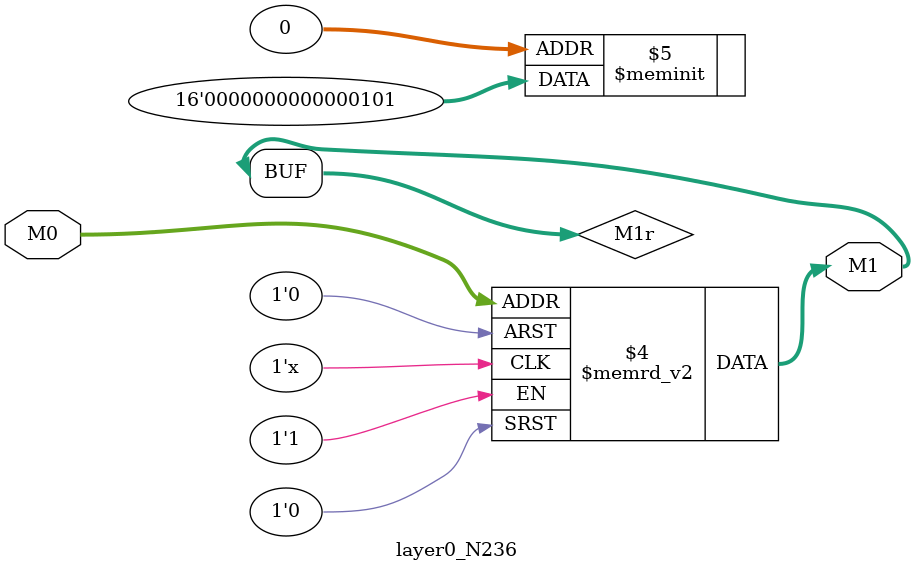
<source format=v>
module layer0_N236 ( input [2:0] M0, output [1:0] M1 );

	(*rom_style = "distributed" *) reg [1:0] M1r;
	assign M1 = M1r;
	always @ (M0) begin
		case (M0)
			3'b000: M1r = 2'b01;
			3'b100: M1r = 2'b00;
			3'b010: M1r = 2'b00;
			3'b110: M1r = 2'b00;
			3'b001: M1r = 2'b01;
			3'b101: M1r = 2'b00;
			3'b011: M1r = 2'b00;
			3'b111: M1r = 2'b00;

		endcase
	end
endmodule

</source>
